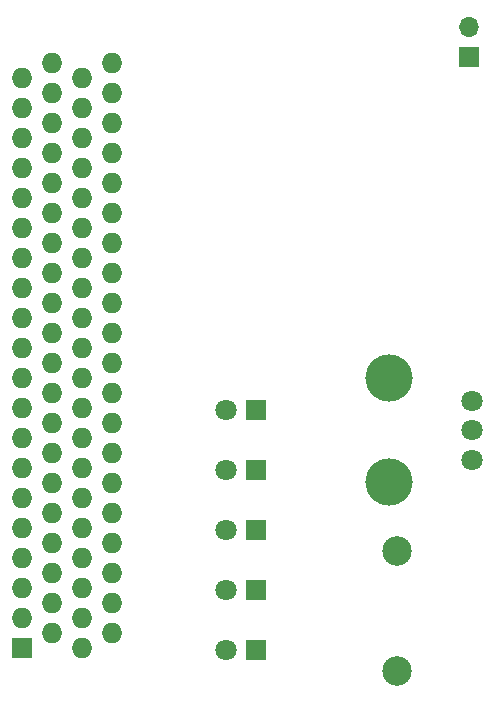
<source format=gbr>
G04 #@! TF.FileFunction,Soldermask,Bot*
%FSLAX46Y46*%
G04 Gerber Fmt 4.6, Leading zero omitted, Abs format (unit mm)*
G04 Created by KiCad (PCBNEW 4.0.6) date Monday, August 21, 2017 'PMt' 12:57:47 PM*
%MOMM*%
%LPD*%
G01*
G04 APERTURE LIST*
%ADD10C,0.100000*%
%ADD11C,2.499360*%
%ADD12R,1.800000X1.800000*%
%ADD13C,1.800000*%
%ADD14O,1.727200X1.727200*%
%ADD15R,1.727200X1.727200*%
%ADD16R,1.700000X1.700000*%
%ADD17O,1.700000X1.700000*%
%ADD18C,4.000000*%
G04 APERTURE END LIST*
D10*
D11*
X78740000Y-114935000D03*
X78740000Y-125095000D03*
D12*
X66802000Y-102997000D03*
D13*
X64262000Y-102997000D03*
D12*
X66802000Y-118237000D03*
D13*
X64262000Y-118237000D03*
D12*
X66802000Y-113157000D03*
D13*
X64262000Y-113157000D03*
D12*
X66802000Y-123317000D03*
D13*
X64262000Y-123317000D03*
D12*
X66802000Y-108077000D03*
D13*
X64262000Y-108077000D03*
D14*
X54610000Y-73660000D03*
X52070000Y-74930000D03*
X54610000Y-76200000D03*
X52070000Y-77470000D03*
X54610000Y-78740000D03*
X52070000Y-80010000D03*
X54610000Y-81280000D03*
X52070000Y-82550000D03*
X54610000Y-83820000D03*
X52070000Y-85090000D03*
X54610000Y-86360000D03*
X52070000Y-87630000D03*
X54610000Y-88900000D03*
X52070000Y-90170000D03*
X54610000Y-91440000D03*
X52070000Y-92710000D03*
X54610000Y-93980000D03*
X52070000Y-95250000D03*
X49530000Y-96520000D03*
X49530000Y-93980000D03*
X49530000Y-91440000D03*
X49530000Y-88900000D03*
X49530000Y-86360000D03*
X49530000Y-83820000D03*
X49530000Y-81280000D03*
X49530000Y-78740000D03*
X49530000Y-76200000D03*
X49530000Y-73660000D03*
X46990000Y-95250000D03*
X46990000Y-92710000D03*
X46990000Y-90170000D03*
X46990000Y-87630000D03*
X46990000Y-85090000D03*
X46990000Y-82550000D03*
X46990000Y-80010000D03*
X46990000Y-77470000D03*
X46990000Y-74930000D03*
X54610000Y-96520000D03*
X54610000Y-121920000D03*
X52070000Y-123190000D03*
X46990000Y-97790000D03*
X46990000Y-100330000D03*
X46990000Y-102870000D03*
X46990000Y-105410000D03*
X46990000Y-107950000D03*
X46990000Y-110490000D03*
X46990000Y-113030000D03*
X46990000Y-115570000D03*
X46990000Y-118110000D03*
X46990000Y-120650000D03*
X49530000Y-99060000D03*
X49530000Y-101600000D03*
X49530000Y-104140000D03*
X49530000Y-106680000D03*
X49530000Y-109220000D03*
X49530000Y-111760000D03*
X49530000Y-114300000D03*
X49530000Y-116840000D03*
X49530000Y-119380000D03*
X49530000Y-121920000D03*
D15*
X46990000Y-123190000D03*
D14*
X52070000Y-120650000D03*
X54610000Y-119380000D03*
X52070000Y-118110000D03*
X54610000Y-116840000D03*
X52070000Y-115570000D03*
X54610000Y-114300000D03*
X52070000Y-113030000D03*
X54610000Y-111760000D03*
X52070000Y-110490000D03*
X54610000Y-109220000D03*
X52070000Y-107950000D03*
X54610000Y-106680000D03*
X52070000Y-105410000D03*
X54610000Y-104140000D03*
X52070000Y-102870000D03*
X54610000Y-101600000D03*
X52070000Y-100330000D03*
X54610000Y-99060000D03*
X52070000Y-97790000D03*
D16*
X84836000Y-73152000D03*
D17*
X84836000Y-70612000D03*
D13*
X85090000Y-107235000D03*
X85090000Y-104735000D03*
X85090000Y-102235000D03*
D18*
X78090000Y-109135000D03*
X78090000Y-100335000D03*
M02*

</source>
